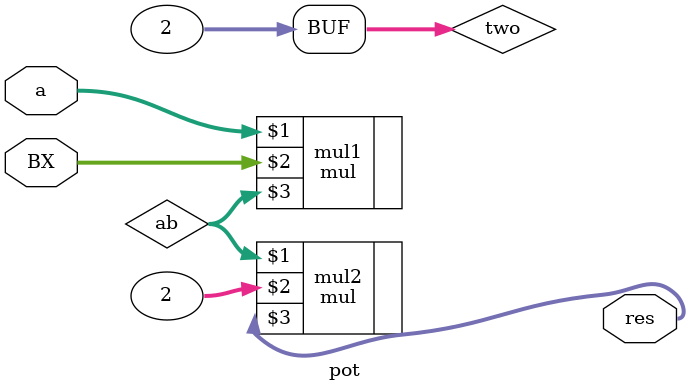
<source format=sv>
module pot #(parameter N=32)
    (input logic [N-1:0] a, BX,
     output logic [N-1:0] res);

	 logic [N-1:0] ab, two;
	 assign two = 2'b10;
	 
    mul #(N) mul1(a,BX, ab);
	 mul #(N) mul2(ab,two, res);
	 
endmodule

</source>
